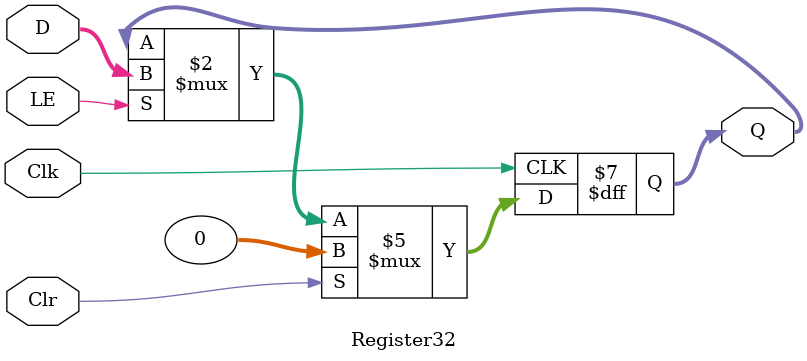
<source format=v>
module Register32(output reg [31:0] Q, input wire [31:0] D, input wire LE, Clr, Clk);
    always @(posedge Clk) begin
        if (Clr) 
            Q <= 32'h00000000;  // Reset the register to 0
        else if (LE) 
            Q <= D;  // Store new value if LE is high
    end
endmodule

</source>
